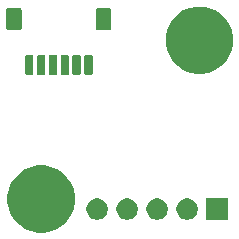
<source format=gbr>
G04 #@! TF.GenerationSoftware,KiCad,Pcbnew,5.1.5-52549c5~84~ubuntu18.04.1*
G04 #@! TF.CreationDate,2020-02-17T23:24:27+01:00*
G04 #@! TF.ProjectId,bldc_motor_encoder,626c6463-5f6d-46f7-946f-725f656e636f,rev?*
G04 #@! TF.SameCoordinates,Original*
G04 #@! TF.FileFunction,Soldermask,Bot*
G04 #@! TF.FilePolarity,Negative*
%FSLAX46Y46*%
G04 Gerber Fmt 4.6, Leading zero omitted, Abs format (unit mm)*
G04 Created by KiCad (PCBNEW 5.1.5-52549c5~84~ubuntu18.04.1) date 2020-02-17 23:24:27*
%MOMM*%
%LPD*%
G04 APERTURE LIST*
%ADD10C,0.100000*%
G04 APERTURE END LIST*
D10*
G36*
X134131606Y-94008562D02*
G01*
X134650455Y-94223476D01*
X135117407Y-94535484D01*
X135514516Y-94932593D01*
X135826524Y-95399545D01*
X136041438Y-95918394D01*
X136151000Y-96469201D01*
X136151000Y-97030799D01*
X136041438Y-97581606D01*
X135826524Y-98100455D01*
X135514516Y-98567407D01*
X135117407Y-98964516D01*
X134650455Y-99276524D01*
X134131606Y-99491438D01*
X133856202Y-99546219D01*
X133580800Y-99601000D01*
X133019200Y-99601000D01*
X132468394Y-99491438D01*
X131949545Y-99276524D01*
X131482593Y-98964516D01*
X131085484Y-98567407D01*
X130773476Y-98100455D01*
X130558562Y-97581606D01*
X130449000Y-97030799D01*
X130449000Y-96469201D01*
X130558562Y-95918394D01*
X130773476Y-95399545D01*
X131085484Y-94932593D01*
X131482593Y-94535484D01*
X131949545Y-94223476D01*
X132468394Y-94008562D01*
X133019200Y-93899000D01*
X133580800Y-93899000D01*
X134131606Y-94008562D01*
G37*
G36*
X149101000Y-98501000D02*
G01*
X147299000Y-98501000D01*
X147299000Y-96699000D01*
X149101000Y-96699000D01*
X149101000Y-98501000D01*
G37*
G36*
X145773512Y-96703927D02*
G01*
X145922812Y-96733624D01*
X146086784Y-96801544D01*
X146234354Y-96900147D01*
X146359853Y-97025646D01*
X146458456Y-97173216D01*
X146526376Y-97337188D01*
X146561000Y-97511259D01*
X146561000Y-97688741D01*
X146526376Y-97862812D01*
X146458456Y-98026784D01*
X146359853Y-98174354D01*
X146234354Y-98299853D01*
X146086784Y-98398456D01*
X145922812Y-98466376D01*
X145773512Y-98496073D01*
X145748742Y-98501000D01*
X145571258Y-98501000D01*
X145546488Y-98496073D01*
X145397188Y-98466376D01*
X145233216Y-98398456D01*
X145085646Y-98299853D01*
X144960147Y-98174354D01*
X144861544Y-98026784D01*
X144793624Y-97862812D01*
X144759000Y-97688741D01*
X144759000Y-97511259D01*
X144793624Y-97337188D01*
X144861544Y-97173216D01*
X144960147Y-97025646D01*
X145085646Y-96900147D01*
X145233216Y-96801544D01*
X145397188Y-96733624D01*
X145546488Y-96703927D01*
X145571258Y-96699000D01*
X145748742Y-96699000D01*
X145773512Y-96703927D01*
G37*
G36*
X143233512Y-96703927D02*
G01*
X143382812Y-96733624D01*
X143546784Y-96801544D01*
X143694354Y-96900147D01*
X143819853Y-97025646D01*
X143918456Y-97173216D01*
X143986376Y-97337188D01*
X144021000Y-97511259D01*
X144021000Y-97688741D01*
X143986376Y-97862812D01*
X143918456Y-98026784D01*
X143819853Y-98174354D01*
X143694354Y-98299853D01*
X143546784Y-98398456D01*
X143382812Y-98466376D01*
X143233512Y-98496073D01*
X143208742Y-98501000D01*
X143031258Y-98501000D01*
X143006488Y-98496073D01*
X142857188Y-98466376D01*
X142693216Y-98398456D01*
X142545646Y-98299853D01*
X142420147Y-98174354D01*
X142321544Y-98026784D01*
X142253624Y-97862812D01*
X142219000Y-97688741D01*
X142219000Y-97511259D01*
X142253624Y-97337188D01*
X142321544Y-97173216D01*
X142420147Y-97025646D01*
X142545646Y-96900147D01*
X142693216Y-96801544D01*
X142857188Y-96733624D01*
X143006488Y-96703927D01*
X143031258Y-96699000D01*
X143208742Y-96699000D01*
X143233512Y-96703927D01*
G37*
G36*
X140693512Y-96703927D02*
G01*
X140842812Y-96733624D01*
X141006784Y-96801544D01*
X141154354Y-96900147D01*
X141279853Y-97025646D01*
X141378456Y-97173216D01*
X141446376Y-97337188D01*
X141481000Y-97511259D01*
X141481000Y-97688741D01*
X141446376Y-97862812D01*
X141378456Y-98026784D01*
X141279853Y-98174354D01*
X141154354Y-98299853D01*
X141006784Y-98398456D01*
X140842812Y-98466376D01*
X140693512Y-98496073D01*
X140668742Y-98501000D01*
X140491258Y-98501000D01*
X140466488Y-98496073D01*
X140317188Y-98466376D01*
X140153216Y-98398456D01*
X140005646Y-98299853D01*
X139880147Y-98174354D01*
X139781544Y-98026784D01*
X139713624Y-97862812D01*
X139679000Y-97688741D01*
X139679000Y-97511259D01*
X139713624Y-97337188D01*
X139781544Y-97173216D01*
X139880147Y-97025646D01*
X140005646Y-96900147D01*
X140153216Y-96801544D01*
X140317188Y-96733624D01*
X140466488Y-96703927D01*
X140491258Y-96699000D01*
X140668742Y-96699000D01*
X140693512Y-96703927D01*
G37*
G36*
X138153512Y-96703927D02*
G01*
X138302812Y-96733624D01*
X138466784Y-96801544D01*
X138614354Y-96900147D01*
X138739853Y-97025646D01*
X138838456Y-97173216D01*
X138906376Y-97337188D01*
X138941000Y-97511259D01*
X138941000Y-97688741D01*
X138906376Y-97862812D01*
X138838456Y-98026784D01*
X138739853Y-98174354D01*
X138614354Y-98299853D01*
X138466784Y-98398456D01*
X138302812Y-98466376D01*
X138153512Y-98496073D01*
X138128742Y-98501000D01*
X137951258Y-98501000D01*
X137926488Y-98496073D01*
X137777188Y-98466376D01*
X137613216Y-98398456D01*
X137465646Y-98299853D01*
X137340147Y-98174354D01*
X137241544Y-98026784D01*
X137173624Y-97862812D01*
X137139000Y-97688741D01*
X137139000Y-97511259D01*
X137173624Y-97337188D01*
X137241544Y-97173216D01*
X137340147Y-97025646D01*
X137465646Y-96900147D01*
X137613216Y-96801544D01*
X137777188Y-96733624D01*
X137926488Y-96703927D01*
X137951258Y-96699000D01*
X138128742Y-96699000D01*
X138153512Y-96703927D01*
G37*
G36*
X132559928Y-84576764D02*
G01*
X132581009Y-84583160D01*
X132600445Y-84593548D01*
X132617476Y-84607524D01*
X132631452Y-84624555D01*
X132641840Y-84643991D01*
X132648236Y-84665072D01*
X132651000Y-84693140D01*
X132651000Y-86106860D01*
X132648236Y-86134928D01*
X132641840Y-86156009D01*
X132631452Y-86175445D01*
X132617476Y-86192476D01*
X132600445Y-86206452D01*
X132581009Y-86216840D01*
X132559928Y-86223236D01*
X132531860Y-86226000D01*
X132068140Y-86226000D01*
X132040072Y-86223236D01*
X132018991Y-86216840D01*
X131999555Y-86206452D01*
X131982524Y-86192476D01*
X131968548Y-86175445D01*
X131958160Y-86156009D01*
X131951764Y-86134928D01*
X131949000Y-86106860D01*
X131949000Y-84693140D01*
X131951764Y-84665072D01*
X131958160Y-84643991D01*
X131968548Y-84624555D01*
X131982524Y-84607524D01*
X131999555Y-84593548D01*
X132018991Y-84583160D01*
X132040072Y-84576764D01*
X132068140Y-84574000D01*
X132531860Y-84574000D01*
X132559928Y-84576764D01*
G37*
G36*
X135559928Y-84576764D02*
G01*
X135581009Y-84583160D01*
X135600445Y-84593548D01*
X135617476Y-84607524D01*
X135631452Y-84624555D01*
X135641840Y-84643991D01*
X135648236Y-84665072D01*
X135651000Y-84693140D01*
X135651000Y-86106860D01*
X135648236Y-86134928D01*
X135641840Y-86156009D01*
X135631452Y-86175445D01*
X135617476Y-86192476D01*
X135600445Y-86206452D01*
X135581009Y-86216840D01*
X135559928Y-86223236D01*
X135531860Y-86226000D01*
X135068140Y-86226000D01*
X135040072Y-86223236D01*
X135018991Y-86216840D01*
X134999555Y-86206452D01*
X134982524Y-86192476D01*
X134968548Y-86175445D01*
X134958160Y-86156009D01*
X134951764Y-86134928D01*
X134949000Y-86106860D01*
X134949000Y-84693140D01*
X134951764Y-84665072D01*
X134958160Y-84643991D01*
X134968548Y-84624555D01*
X134982524Y-84607524D01*
X134999555Y-84593548D01*
X135018991Y-84583160D01*
X135040072Y-84576764D01*
X135068140Y-84574000D01*
X135531860Y-84574000D01*
X135559928Y-84576764D01*
G37*
G36*
X133559928Y-84576764D02*
G01*
X133581009Y-84583160D01*
X133600445Y-84593548D01*
X133617476Y-84607524D01*
X133631452Y-84624555D01*
X133641840Y-84643991D01*
X133648236Y-84665072D01*
X133651000Y-84693140D01*
X133651000Y-86106860D01*
X133648236Y-86134928D01*
X133641840Y-86156009D01*
X133631452Y-86175445D01*
X133617476Y-86192476D01*
X133600445Y-86206452D01*
X133581009Y-86216840D01*
X133559928Y-86223236D01*
X133531860Y-86226000D01*
X133068140Y-86226000D01*
X133040072Y-86223236D01*
X133018991Y-86216840D01*
X132999555Y-86206452D01*
X132982524Y-86192476D01*
X132968548Y-86175445D01*
X132958160Y-86156009D01*
X132951764Y-86134928D01*
X132949000Y-86106860D01*
X132949000Y-84693140D01*
X132951764Y-84665072D01*
X132958160Y-84643991D01*
X132968548Y-84624555D01*
X132982524Y-84607524D01*
X132999555Y-84593548D01*
X133018991Y-84583160D01*
X133040072Y-84576764D01*
X133068140Y-84574000D01*
X133531860Y-84574000D01*
X133559928Y-84576764D01*
G37*
G36*
X134559928Y-84576764D02*
G01*
X134581009Y-84583160D01*
X134600445Y-84593548D01*
X134617476Y-84607524D01*
X134631452Y-84624555D01*
X134641840Y-84643991D01*
X134648236Y-84665072D01*
X134651000Y-84693140D01*
X134651000Y-86106860D01*
X134648236Y-86134928D01*
X134641840Y-86156009D01*
X134631452Y-86175445D01*
X134617476Y-86192476D01*
X134600445Y-86206452D01*
X134581009Y-86216840D01*
X134559928Y-86223236D01*
X134531860Y-86226000D01*
X134068140Y-86226000D01*
X134040072Y-86223236D01*
X134018991Y-86216840D01*
X133999555Y-86206452D01*
X133982524Y-86192476D01*
X133968548Y-86175445D01*
X133958160Y-86156009D01*
X133951764Y-86134928D01*
X133949000Y-86106860D01*
X133949000Y-84693140D01*
X133951764Y-84665072D01*
X133958160Y-84643991D01*
X133968548Y-84624555D01*
X133982524Y-84607524D01*
X133999555Y-84593548D01*
X134018991Y-84583160D01*
X134040072Y-84576764D01*
X134068140Y-84574000D01*
X134531860Y-84574000D01*
X134559928Y-84576764D01*
G37*
G36*
X136559928Y-84576764D02*
G01*
X136581009Y-84583160D01*
X136600445Y-84593548D01*
X136617476Y-84607524D01*
X136631452Y-84624555D01*
X136641840Y-84643991D01*
X136648236Y-84665072D01*
X136651000Y-84693140D01*
X136651000Y-86106860D01*
X136648236Y-86134928D01*
X136641840Y-86156009D01*
X136631452Y-86175445D01*
X136617476Y-86192476D01*
X136600445Y-86206452D01*
X136581009Y-86216840D01*
X136559928Y-86223236D01*
X136531860Y-86226000D01*
X136068140Y-86226000D01*
X136040072Y-86223236D01*
X136018991Y-86216840D01*
X135999555Y-86206452D01*
X135982524Y-86192476D01*
X135968548Y-86175445D01*
X135958160Y-86156009D01*
X135951764Y-86134928D01*
X135949000Y-86106860D01*
X135949000Y-84693140D01*
X135951764Y-84665072D01*
X135958160Y-84643991D01*
X135968548Y-84624555D01*
X135982524Y-84607524D01*
X135999555Y-84593548D01*
X136018991Y-84583160D01*
X136040072Y-84576764D01*
X136068140Y-84574000D01*
X136531860Y-84574000D01*
X136559928Y-84576764D01*
G37*
G36*
X137559928Y-84576764D02*
G01*
X137581009Y-84583160D01*
X137600445Y-84593548D01*
X137617476Y-84607524D01*
X137631452Y-84624555D01*
X137641840Y-84643991D01*
X137648236Y-84665072D01*
X137651000Y-84693140D01*
X137651000Y-86106860D01*
X137648236Y-86134928D01*
X137641840Y-86156009D01*
X137631452Y-86175445D01*
X137617476Y-86192476D01*
X137600445Y-86206452D01*
X137581009Y-86216840D01*
X137559928Y-86223236D01*
X137531860Y-86226000D01*
X137068140Y-86226000D01*
X137040072Y-86223236D01*
X137018991Y-86216840D01*
X136999555Y-86206452D01*
X136982524Y-86192476D01*
X136968548Y-86175445D01*
X136958160Y-86156009D01*
X136951764Y-86134928D01*
X136949000Y-86106860D01*
X136949000Y-84693140D01*
X136951764Y-84665072D01*
X136958160Y-84643991D01*
X136968548Y-84624555D01*
X136982524Y-84607524D01*
X136999555Y-84593548D01*
X137018991Y-84583160D01*
X137040072Y-84576764D01*
X137068140Y-84574000D01*
X137531860Y-84574000D01*
X137559928Y-84576764D01*
G37*
G36*
X147256202Y-80503781D02*
G01*
X147531606Y-80558562D01*
X148050455Y-80773476D01*
X148517407Y-81085484D01*
X148914516Y-81482593D01*
X149226524Y-81949545D01*
X149441438Y-82468394D01*
X149551000Y-83019201D01*
X149551000Y-83580799D01*
X149441438Y-84131606D01*
X149226524Y-84650455D01*
X148914516Y-85117407D01*
X148517407Y-85514516D01*
X148050455Y-85826524D01*
X147531606Y-86041438D01*
X147256202Y-86096219D01*
X146980800Y-86151000D01*
X146419200Y-86151000D01*
X146143798Y-86096219D01*
X145868394Y-86041438D01*
X145349545Y-85826524D01*
X144882593Y-85514516D01*
X144485484Y-85117407D01*
X144173476Y-84650455D01*
X143958562Y-84131606D01*
X143849000Y-83580799D01*
X143849000Y-83019201D01*
X143958562Y-82468394D01*
X144173476Y-81949545D01*
X144485484Y-81482593D01*
X144882593Y-81085484D01*
X145349545Y-80773476D01*
X145868394Y-80558562D01*
X146419200Y-80449000D01*
X146980800Y-80449000D01*
X147256202Y-80503781D01*
G37*
G36*
X139091242Y-80578404D02*
G01*
X139128337Y-80589657D01*
X139162515Y-80607925D01*
X139192481Y-80632519D01*
X139217075Y-80662485D01*
X139235343Y-80696663D01*
X139246596Y-80733758D01*
X139251000Y-80778474D01*
X139251000Y-82271526D01*
X139246596Y-82316242D01*
X139235343Y-82353337D01*
X139217075Y-82387515D01*
X139192481Y-82417481D01*
X139162515Y-82442075D01*
X139128337Y-82460343D01*
X139091242Y-82471596D01*
X139046526Y-82476000D01*
X138153474Y-82476000D01*
X138108758Y-82471596D01*
X138071663Y-82460343D01*
X138037485Y-82442075D01*
X138007519Y-82417481D01*
X137982925Y-82387515D01*
X137964657Y-82353337D01*
X137953404Y-82316242D01*
X137949000Y-82271526D01*
X137949000Y-80778474D01*
X137953404Y-80733758D01*
X137964657Y-80696663D01*
X137982925Y-80662485D01*
X138007519Y-80632519D01*
X138037485Y-80607925D01*
X138071663Y-80589657D01*
X138108758Y-80578404D01*
X138153474Y-80574000D01*
X139046526Y-80574000D01*
X139091242Y-80578404D01*
G37*
G36*
X131491242Y-80578404D02*
G01*
X131528337Y-80589657D01*
X131562515Y-80607925D01*
X131592481Y-80632519D01*
X131617075Y-80662485D01*
X131635343Y-80696663D01*
X131646596Y-80733758D01*
X131651000Y-80778474D01*
X131651000Y-82271526D01*
X131646596Y-82316242D01*
X131635343Y-82353337D01*
X131617075Y-82387515D01*
X131592481Y-82417481D01*
X131562515Y-82442075D01*
X131528337Y-82460343D01*
X131491242Y-82471596D01*
X131446526Y-82476000D01*
X130553474Y-82476000D01*
X130508758Y-82471596D01*
X130471663Y-82460343D01*
X130437485Y-82442075D01*
X130407519Y-82417481D01*
X130382925Y-82387515D01*
X130364657Y-82353337D01*
X130353404Y-82316242D01*
X130349000Y-82271526D01*
X130349000Y-80778474D01*
X130353404Y-80733758D01*
X130364657Y-80696663D01*
X130382925Y-80662485D01*
X130407519Y-80632519D01*
X130437485Y-80607925D01*
X130471663Y-80589657D01*
X130508758Y-80578404D01*
X130553474Y-80574000D01*
X131446526Y-80574000D01*
X131491242Y-80578404D01*
G37*
M02*

</source>
